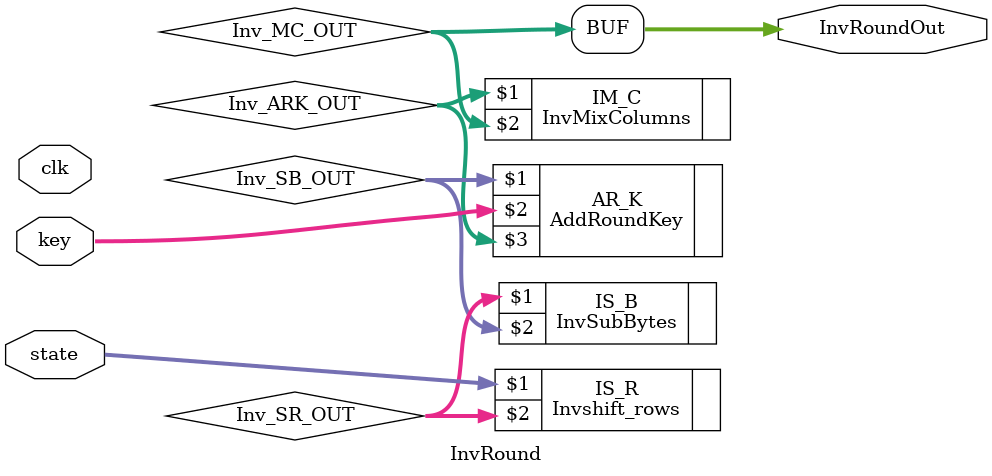
<source format=v>
module InvRound #(parameter Nk=4,parameter Nr=10) (clk ,state, key, InvRoundOut);

// Main module parameters
input clk;
input [0:127] state;
input [0 : 32*Nk -1] key;
output [0:127] InvRoundOut;

// Temp wires
wire [0:127] Inv_SB_OUT, Inv_SR_OUT, Inv_MC_OUT, Inv_ARK_OUT;

// Inverse Round steps
Invshift_rows IS_R(state, Inv_SR_OUT);
InvSubBytes IS_B (Inv_SR_OUT, Inv_SB_OUT);
AddRoundKey AR_K(Inv_SB_OUT, key, Inv_ARK_OUT);
InvMixColumns IM_C(Inv_ARK_OUT, Inv_MC_OUT);

assign InvRoundOut = Inv_MC_OUT;


always @(posedge clk) begin
    $display("InvRound: state = %h, key = %h", state, key);
    $display("InvRound: SR_OUT = %h", Inv_SR_OUT);
    $display("InvRound: SB_OUT = %h", Inv_SB_OUT);
    $display("InvRound: ARK_OUT = %h", Inv_ARK_OUT);
    $display("InvRound: MC_OUT = %h", Inv_MC_OUT);
   
end


endmodule

</source>
